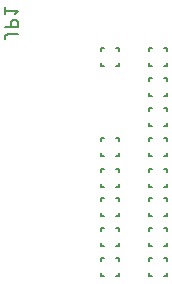
<source format=gbr>
G04 EAGLE Gerber RS-274X export*
G75*
%MOMM*%
%FSLAX34Y34*%
%LPD*%
%INSilkscreen Bottom*%
%IPPOS*%
%AMOC8*
5,1,8,0,0,1.08239X$1,22.5*%
G01*
%ADD10C,0.127000*%
%ADD11C,0.152400*%


D10*
X62177Y651938D02*
X53287Y651938D01*
X53187Y651936D01*
X53088Y651930D01*
X52988Y651920D01*
X52890Y651907D01*
X52791Y651889D01*
X52694Y651868D01*
X52598Y651843D01*
X52502Y651814D01*
X52408Y651781D01*
X52315Y651745D01*
X52224Y651705D01*
X52134Y651661D01*
X52046Y651614D01*
X51960Y651564D01*
X51876Y651510D01*
X51794Y651453D01*
X51715Y651393D01*
X51637Y651329D01*
X51563Y651263D01*
X51491Y651194D01*
X51422Y651122D01*
X51356Y651048D01*
X51292Y650970D01*
X51232Y650891D01*
X51175Y650809D01*
X51121Y650725D01*
X51071Y650639D01*
X51024Y650551D01*
X50980Y650461D01*
X50940Y650370D01*
X50904Y650277D01*
X50871Y650183D01*
X50842Y650087D01*
X50817Y649991D01*
X50796Y649894D01*
X50778Y649795D01*
X50765Y649697D01*
X50755Y649597D01*
X50749Y649498D01*
X50747Y649398D01*
X50747Y648128D01*
X50747Y657919D02*
X62177Y657919D01*
X62177Y661094D01*
X62175Y661205D01*
X62169Y661315D01*
X62160Y661426D01*
X62146Y661536D01*
X62129Y661645D01*
X62108Y661754D01*
X62083Y661862D01*
X62054Y661969D01*
X62022Y662075D01*
X61986Y662180D01*
X61946Y662283D01*
X61903Y662385D01*
X61856Y662486D01*
X61805Y662585D01*
X61752Y662682D01*
X61695Y662776D01*
X61634Y662869D01*
X61571Y662960D01*
X61504Y663049D01*
X61434Y663135D01*
X61361Y663218D01*
X61286Y663300D01*
X61208Y663378D01*
X61126Y663453D01*
X61043Y663526D01*
X60957Y663596D01*
X60868Y663663D01*
X60777Y663726D01*
X60684Y663787D01*
X60590Y663844D01*
X60493Y663897D01*
X60394Y663948D01*
X60293Y663995D01*
X60191Y664038D01*
X60088Y664078D01*
X59983Y664114D01*
X59877Y664146D01*
X59770Y664175D01*
X59662Y664200D01*
X59553Y664221D01*
X59444Y664238D01*
X59334Y664252D01*
X59223Y664261D01*
X59113Y664267D01*
X59002Y664269D01*
X58891Y664267D01*
X58781Y664261D01*
X58670Y664252D01*
X58560Y664238D01*
X58451Y664221D01*
X58342Y664200D01*
X58234Y664175D01*
X58127Y664146D01*
X58021Y664114D01*
X57916Y664078D01*
X57813Y664038D01*
X57711Y663995D01*
X57610Y663948D01*
X57511Y663897D01*
X57414Y663844D01*
X57320Y663787D01*
X57227Y663726D01*
X57136Y663663D01*
X57047Y663596D01*
X56961Y663526D01*
X56878Y663453D01*
X56796Y663378D01*
X56718Y663300D01*
X56643Y663218D01*
X56570Y663135D01*
X56500Y663049D01*
X56433Y662960D01*
X56370Y662869D01*
X56309Y662776D01*
X56252Y662682D01*
X56199Y662585D01*
X56148Y662486D01*
X56101Y662385D01*
X56058Y662283D01*
X56018Y662180D01*
X55982Y662075D01*
X55950Y661969D01*
X55921Y661862D01*
X55896Y661754D01*
X55875Y661645D01*
X55858Y661536D01*
X55844Y661426D01*
X55835Y661315D01*
X55829Y661205D01*
X55827Y661094D01*
X55827Y657919D01*
X59637Y668777D02*
X62177Y671952D01*
X50747Y671952D01*
X50747Y668777D02*
X50747Y675127D01*
D11*
X132380Y548665D02*
X134920Y548665D01*
X132380Y548665D02*
X132380Y551205D01*
X147620Y551205D02*
X147620Y548665D01*
X145080Y548665D01*
X147620Y561365D02*
X147620Y563905D01*
X145080Y563905D01*
X134920Y563905D02*
X132380Y563905D01*
X132380Y561365D01*
X132380Y472380D02*
X134920Y472380D01*
X132380Y472380D02*
X132380Y474920D01*
X147620Y474920D02*
X147620Y472380D01*
X145080Y472380D01*
X147620Y485080D02*
X147620Y487620D01*
X145080Y487620D01*
X134920Y487620D02*
X132380Y487620D01*
X132380Y485080D01*
X132380Y446996D02*
X134920Y446996D01*
X132380Y446996D02*
X132380Y449536D01*
X147620Y449536D02*
X147620Y446996D01*
X145080Y446996D01*
X147620Y459696D02*
X147620Y462236D01*
X145080Y462236D01*
X134920Y462236D02*
X132380Y462236D01*
X132380Y459696D01*
X132380Y522968D02*
X134920Y522968D01*
X132380Y522968D02*
X132380Y525508D01*
X147620Y525508D02*
X147620Y522968D01*
X145080Y522968D01*
X147620Y535668D02*
X147620Y538208D01*
X145080Y538208D01*
X134920Y538208D02*
X132380Y538208D01*
X132380Y535668D01*
X173203Y447149D02*
X175743Y447149D01*
X173203Y447149D02*
X173203Y449689D01*
X188443Y449689D02*
X188443Y447149D01*
X185903Y447149D01*
X188443Y459849D02*
X188443Y462389D01*
X185903Y462389D01*
X175743Y462389D02*
X173203Y462389D01*
X173203Y459849D01*
X173203Y548665D02*
X175743Y548665D01*
X173203Y548665D02*
X173203Y551205D01*
X188443Y551205D02*
X188443Y548665D01*
X185903Y548665D01*
X188443Y561365D02*
X188443Y563905D01*
X185903Y563905D01*
X175743Y563905D02*
X173203Y563905D01*
X173203Y561365D01*
X173203Y599346D02*
X175743Y599346D01*
X173203Y599346D02*
X173203Y601886D01*
X188443Y601886D02*
X188443Y599346D01*
X185903Y599346D01*
X188443Y612046D02*
X188443Y614586D01*
X185903Y614586D01*
X175743Y614586D02*
X173203Y614586D01*
X173203Y612046D01*
X173203Y573946D02*
X175743Y573946D01*
X173203Y573946D02*
X173203Y576486D01*
X188443Y576486D02*
X188443Y573946D01*
X185903Y573946D01*
X188443Y586646D02*
X188443Y589186D01*
X185903Y589186D01*
X175743Y589186D02*
X173203Y589186D01*
X173203Y586646D01*
X173203Y624669D02*
X175743Y624669D01*
X173203Y624669D02*
X173203Y627209D01*
X188443Y627209D02*
X188443Y624669D01*
X185903Y624669D01*
X188443Y637369D02*
X188443Y639909D01*
X185903Y639909D01*
X175743Y639909D02*
X173203Y639909D01*
X173203Y637369D01*
X134920Y497746D02*
X132380Y497746D01*
X132380Y500286D01*
X147620Y500286D02*
X147620Y497746D01*
X145080Y497746D01*
X147620Y510446D02*
X147620Y512986D01*
X145080Y512986D01*
X134920Y512986D02*
X132380Y512986D01*
X132380Y510446D01*
X173203Y497746D02*
X175743Y497746D01*
X173203Y497746D02*
X173203Y500286D01*
X188443Y500286D02*
X188443Y497746D01*
X185903Y497746D01*
X188443Y510446D02*
X188443Y512986D01*
X185903Y512986D01*
X175743Y512986D02*
X173203Y512986D01*
X173203Y510446D01*
X173203Y472380D02*
X175743Y472380D01*
X173203Y472380D02*
X173203Y474920D01*
X188443Y474920D02*
X188443Y472380D01*
X185903Y472380D01*
X188443Y485080D02*
X188443Y487620D01*
X185903Y487620D01*
X175743Y487620D02*
X173203Y487620D01*
X173203Y485080D01*
X173203Y522968D02*
X175743Y522968D01*
X173203Y522968D02*
X173203Y525508D01*
X188443Y525508D02*
X188443Y522968D01*
X185903Y522968D01*
X188443Y535668D02*
X188443Y538208D01*
X185903Y538208D01*
X175743Y538208D02*
X173203Y538208D01*
X173203Y535668D01*
X134920Y624669D02*
X132380Y624669D01*
X132380Y627209D01*
X147620Y627209D02*
X147620Y624669D01*
X145080Y624669D01*
X147620Y637369D02*
X147620Y639909D01*
X145080Y639909D01*
X134920Y639909D02*
X132380Y639909D01*
X132380Y637369D01*
M02*

</source>
